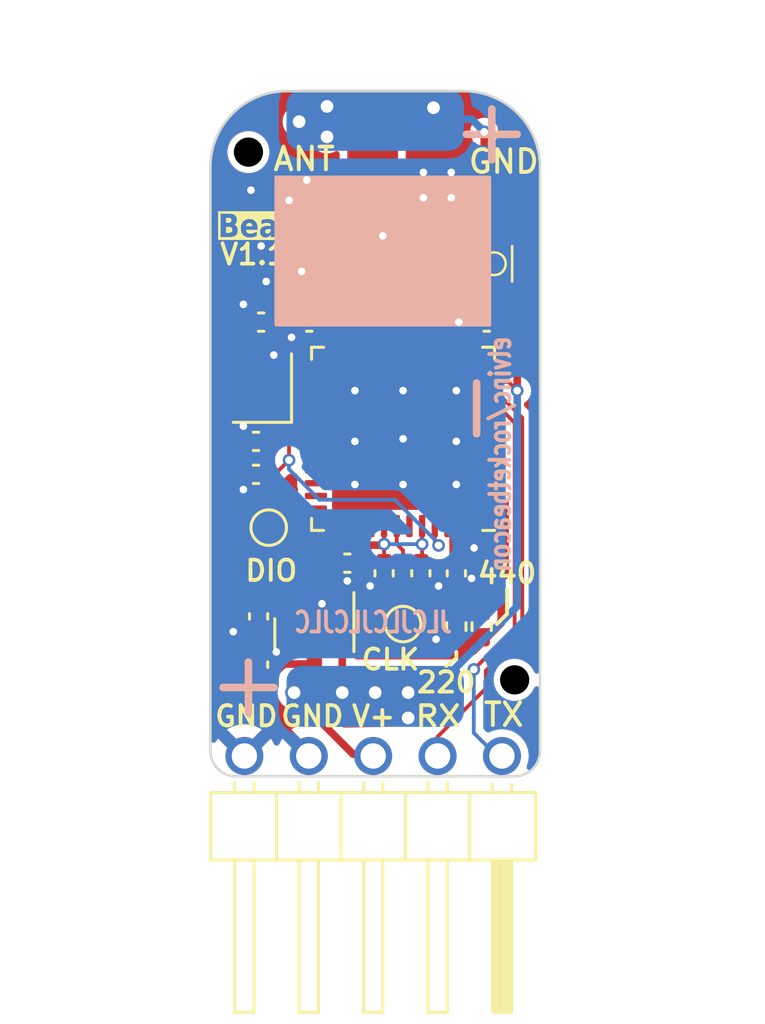
<source format=kicad_pcb>
(kicad_pcb (version 20240108) (generator "pcbnew") (generator_version "8.0")
  (layers (0 "F.Cu" signal) (31 "B.Cu" signal) (34 "B.Paste" user) (35 "F.Paste" user) (36 "B.SilkS" user "B.Silkscreen") (37 "F.SilkS" user "F.Silkscreen") (38 "B.Mask" user) (39 "F.Mask" user) (44 "Edge.Cuts" user))
  (net 0 "")
  (net 23 "GND")
  (net 24 "+3.3V")
  (net 25 "/VR_PA")
  (net 26 "/RFO_HP")
  (net 27 "Net-(C6-Pad2)")
  (net 28 "/VFBSMPS")
  (net 29 "/CONF_440")
  (net 30 "/CONF_220")
  (net 31 "/OSC_IN")
  (net 32 "/OSC_OUT")
  (net 33 "/V_EXT")
  (net 34 "/SWDIO")
  (net 35 "/SWCLK")
  (net 36 "/BOOT")
  (net 37 "/TX")
  (net 38 "/RX")
  (net 39 "/LED")
  (net 40 "Net-(D1-A)")
  (net 43 "Net-(AE1-A)")
  (net 44 "/RFI_N")
  (net 45 "/RFI_P")
  (footprint "Inductor_SMD:L_0402_1005Metric" (layer "F.Cu") (at 106.1 103.7 90)
    (property "Reference" "L3" (hide yes))
    (property "Value" "18n")
    (pad "1" smd roundrect (at -0.485 0 90) (size 0.59 0.64) (layers "F.Cu" "F.Paste" "F.Mask") (net 27 "Net-(C6-Pad2)"))
    (pad "2" smd roundrect (at 0.485 0 90) (size 0.59 0.64) (layers "F.Cu" "F.Paste" "F.Mask") (net 43 "Net-(AE1-A)"))
  )
  (footprint "Capacitor_SMD:C_0402_1005Metric" (layer "F.Cu") (at 104.9 107.1 180)
    (property "Reference" "C5" (hide yes))
    (property "Value" "47n")
    (fp_line (start -0.107836 0.36) (end 0.107836 0.36) (stroke (width 0.12)) (layer "F.SilkS"))
    (fp_line (start -0.107836 -0.36) (end 0.107836 -0.36) (stroke (width 0.12)) (layer "F.SilkS"))
    (pad "1" smd roundrect (at -0.48 0 180) (size 0.56 0.62) (layers "F.Cu" "F.Paste" "F.Mask") (net 25 "/VR_PA"))
    (pad "2" smd roundrect (at 0.48 0 180) (size 0.56 0.62) (layers "F.Cu" "F.Paste" "F.Mask") (net 23 "GND"))
  )
  (footprint "beacon_lib:small_pad" (layer "F.Cu") (at 110 100.9)
    (property "Reference" "J2" (hide yes))
    (property "Value" "Conn_01x01_Pin")
    (pad "1" connect roundrect (at 0 0) (size 2 3.5) (layers "F.Cu" "F.Mask") (net 23 "GND"))
  )
  (footprint "Capacitor_SMD:C_0402_1005Metric" (layer "F.Cu") (at 105.6 105.1 180)
    (property "Reference" "C7" (hide yes))
    (property "Value" "15p")
    (fp_line (start -0.107836 0.36) (end 0.107836 0.36) (stroke (width 0.12)) (layer "F.SilkS"))
    (fp_line (start -0.107836 -0.36) (end 0.107836 -0.36) (stroke (width 0.12)) (layer "F.SilkS"))
    (pad "1" smd roundrect (at -0.48 0 180) (size 0.56 0.62) (layers "F.Cu" "F.Paste" "F.Mask") (net 27 "Net-(C6-Pad2)"))
    (pad "2" smd roundrect (at 0.48 0 180) (size 0.56 0.62) (layers "F.Cu" "F.Paste" "F.Mask") (net 23 "GND"))
  )
  (footprint "Capacitor_SMD:C_0402_1005Metric" (layer "F.Cu") (at 110.7 117 -90)
    (property "Reference" "C11" (hide yes))
    (property "Value" "10u")
    (fp_line (start -0.107836 0.36) (end 0.107836 0.36) (stroke (width 0.12)) (layer "F.SilkS"))
    (fp_line (start -0.107836 -0.36) (end 0.107836 -0.36) (stroke (width 0.12)) (layer "F.SilkS"))
    (pad "1" smd roundrect (at -0.48 0 270) (size 0.56 0.62) (layers "F.Cu" "F.Paste" "F.Mask") (net 24 "+3.3V"))
    (pad "2" smd roundrect (at 0.48 0 270) (size 0.56 0.62) (layers "F.Cu" "F.Paste" "F.Mask") (net 23 "GND"))
  )
  (footprint "Capacitor_SMD:C_0402_1005Metric" (layer "F.Cu") (at 102.9 118.7 -90)
    (property "Reference" "C13" (hide yes))
    (property "Value" "10u")
    (fp_line (start -0.107836 0.36) (end 0.107836 0.36) (stroke (width 0.12)) (layer "F.SilkS"))
    (fp_line (start -0.107836 -0.36) (end 0.107836 -0.36) (stroke (width 0.12)) (layer "F.SilkS"))
    (pad "1" smd roundrect (at -0.48 0 270) (size 0.56 0.62) (layers "F.Cu" "F.Paste" "F.Mask") (net 24 "+3.3V"))
    (pad "2" smd roundrect (at 0.48 0 270) (size 0.56 0.62) (layers "F.Cu" "F.Paste" "F.Mask") (net 23 "GND"))
  )
  (footprint "Capacitor_SMD:C_0402_1005Metric" (layer "F.Cu") (at 109.3 117 -90)
    (property "Reference" "C3" (hide yes))
    (property "Value" "10u")
    (fp_line (start -0.107836 0.36) (end 0.107836 0.36) (stroke (width 0.12)) (layer "F.SilkS"))
    (fp_line (start -0.107836 -0.36) (end 0.107836 -0.36) (stroke (width 0.12)) (layer "F.SilkS"))
    (pad "1" smd roundrect (at -0.48 0 270) (size 0.56 0.62) (layers "F.Cu" "F.Paste" "F.Mask") (net 24 "+3.3V"))
    (pad "2" smd roundrect (at 0.48 0 270) (size 0.56 0.62) (layers "F.Cu" "F.Paste" "F.Mask") (net 23 "GND"))
  )
  (footprint "Capacitor_SMD:C_0402_1005Metric" (layer "F.Cu") (at 103 107.1 180)
    (property "Reference" "C12" (hide yes))
    (property "Value" "10u")
    (fp_line (start -0.107836 0.36) (end 0.107836 0.36) (stroke (width 0.12)) (layer "F.SilkS"))
    (fp_line (start -0.107836 -0.36) (end 0.107836 -0.36) (stroke (width 0.12)) (layer "F.SilkS"))
    (pad "1" smd roundrect (at -0.48 0 180) (size 0.56 0.62) (layers "F.Cu" "F.Paste" "F.Mask") (net 24 "+3.3V"))
    (pad "2" smd roundrect (at 0.48 0 180) (size 0.56 0.62) (layers "F.Cu" "F.Paste" "F.Mask") (net 23 "GND"))
  )
  (footprint "Package_DFN_QFN:QFN-48-1EP_7x7mm_P0.5mm_EP5.6x5.6mm" (layer "F.Cu") (at 108.6 111.7 180)
    (property "Reference" "U1" (hide yes))
    (property "Value" "STM32WLE5CBUx")
    (fp_line (start 3.61 3.61) (end 3.61 3.135) (stroke (width 0.12)) (layer "F.SilkS"))
    (fp_line (start 3.61 -3.61) (end 3.61 -3.135) (stroke (width 0.12)) (layer "F.SilkS"))
    (fp_line (start 3.135 3.61) (end 3.61 3.61) (stroke (width 0.12)) (layer "F.SilkS"))
    (fp_line (start 3.135 -3.61) (end 3.61 -3.61) (stroke (width 0.12)) (layer "F.SilkS"))
    (fp_line (start -3.135 3.61) (end -3.61 3.61) (stroke (width 0.12)) (layer "F.SilkS"))
    (fp_line (start -3.135 -3.61) (end -3.61 -3.61) (stroke (width 0.12)) (layer "F.SilkS"))
    (fp_line (start -3.61 3.61) (end -3.61 3.135) (stroke (width 0.12)) (layer "F.SilkS"))
    (pad "1" smd roundrect (at -3.4375 -2.75 180) (size 0.875 0.25) (layers "F.Cu" "F.Paste" "F.Mask") (net 30 "/CONF_220"))
    (pad "2" smd roundrect (at -3.4375 -2.25 180) (size 0.875 0.25) (layers "F.Cu" "F.Paste" "F.Mask") (net 29 "/CONF_440"))
    (pad "3" smd roundrect (at -3.4375 -1.75 180) (size 0.875 0.25) (layers "F.Cu" "F.Paste" "F.Mask"))
    (pad "4" smd roundrect (at -3.4375 -1.25 180) (size 0.875 0.25) (layers "F.Cu" "F.Paste" "F.Mask"))
    (pad "5" smd roundrect (at -3.4375 -0.75 180) (size 0.875 0.25) (layers "F.Cu" "F.Paste" "F.Mask"))
    (pad "6" smd roundrect (at -3.4375 -0.25 180) (size 0.875 0.25) (layers "F.Cu" "F.Paste" "F.Mask"))
    (pad "7" smd roundrect (at -3.4375 0.25 180) (size 0.875 0.25) (layers "F.Cu" "F.Paste" "F.Mask"))
    (pad "8" smd roundrect (at -3.4375 0.75 180) (size 0.875 0.25) (layers "F.Cu" "F.Paste" "F.Mask"))
    (pad "9" smd roundrect (at -3.4375 1.25 180) (size 0.875 0.25) (layers "F.Cu" "F.Paste" "F.Mask") (net 37 "/TX"))
    (pad "10" smd roundrect (at -3.4375 1.75 180) (size 0.875 0.25) (layers "F.Cu" "F.Paste" "F.Mask") (net 38 "/RX"))
    (pad "11" smd roundrect (at -3.4375 2.25 180) (size 0.875 0.25) (layers "F.Cu" "F.Paste" "F.Mask") (net 24 "+3.3V"))
    (pad "12" smd roundrect (at -3.4375 2.75 180) (size 0.875 0.25) (layers "F.Cu" "F.Paste" "F.Mask"))
    (pad "13" smd roundrect (at -2.75 3.4375 180) (size 0.25 0.875) (layers "F.Cu" "F.Paste" "F.Mask"))
    (pad "14" smd roundrect (at -2.25 3.4375 180) (size 0.25 0.875) (layers "F.Cu" "F.Paste" "F.Mask"))
    (pad "15" smd roundrect (at -1.75 3.4375 180) (size 0.25 0.875) (layers "F.Cu" "F.Paste" "F.Mask"))
    (pad "16" smd roundrect (at -1.25 3.4375 180) (size 0.25 0.875) (layers "F.Cu" "F.Paste" "F.Mask"))
    (pad "17" smd roundrect (at -0.75 3.4375 180) (size 0.25 0.875) (layers "F.Cu" "F.Paste" "F.Mask") (net 39 "/LED"))
    (pad "18" smd roundrect (at -0.25 3.4375 180) (size 0.25 0.875) (layers "F.Cu" "F.Paste" "F.Mask"))
    (pad "19" smd roundrect (at 0.25 3.4375 180) (size 0.25 0.875) (layers "F.Cu" "F.Paste" "F.Mask") (net 36 "/BOOT"))
    (pad "20" smd roundrect (at 0.75 3.4375 180) (size 0.25 0.875) (layers "F.Cu" "F.Paste" "F.Mask") (net 45 "/RFI_P"))
    (pad "21" smd roundrect (at 1.25 3.4375 180) (size 0.25 0.875) (layers "F.Cu" "F.Paste" "F.Mask") (net 44 "/RFI_N"))
    (pad "22" smd roundrect (at 1.75 3.4375 180) (size 0.25 0.875) (layers "F.Cu" "F.Paste" "F.Mask"))
    (pad "23" smd roundrect (at 2.25 3.4375 180) (size 0.25 0.875) (layers "F.Cu" "F.Paste" "F.Mask") (net 26 "/RFO_HP"))
    (pad "24" smd roundrect (at 2.75 3.4375 180) (size 0.25 0.875) (layers "F.Cu" "F.Paste" "F.Mask") (net 25 "/VR_PA"))
    (pad "25" smd roundrect (at 3.4375 2.75 180) (size 0.875 0.25) (layers "F.Cu" "F.Paste" "F.Mask") (net 24 "+3.3V"))
    (pad "26" smd roundrect (at 3.4375 2.25 180) (size 0.875 0.25) (layers "F.Cu" "F.Paste" "F.Mask") (net 31 "/OSC_IN"))
    (pad "27" smd roundrect (at 3.4375 1.75 180) (size 0.875 0.25) (layers "F.Cu" "F.Paste" "F.Mask") (net 32 "/OSC_OUT"))
    (pad "28" smd roundrect (at 3.4375 1.25 180) (size 0.875 0.25) (layers "F.Cu" "F.Paste" "F.Mask") (net 24 "+3.3V"))
    (pad "29" smd roundrect (at 3.4375 0.75 180) (size 0.875 0.25) (layers "F.Cu" "F.Paste" "F.Mask") (net 28 "/VFBSMPS"))
    (pad "30" smd roundrect (at 3.4375 0.25 180) (size 0.875 0.25) (layers "F.Cu" "F.Paste" "F.Mask"))
    (pad "31" smd roundrect (at 3.4375 -0.25 180) (size 0.875 0.25) (layers "F.Cu" "F.Paste" "F.Mask"))
    (pad "32" smd roundrect (at 3.4375 -0.75 180) (size 0.875 0.25) (layers "F.Cu" "F.Paste" "F.Mask"))
    (pad "33" smd roundrect (at 3.4375 -1.25 180) (size 0.875 0.25) (layers "F.Cu" "F.Paste" "F.Mask"))
    (pad "34" smd roundrect (at 3.4375 -1.75 180) (size 0.875 0.25) (layers "F.Cu" "F.Paste" "F.Mask"))
    (pad "35" smd roundrect (at 3.4375 -2.25 180) (size 0.875 0.25) (layers "F.Cu" "F.Paste" "F.Mask"))
    (pad "36" smd roundrect (at 3.4375 -2.75 180) (size 0.875 0.25) (layers "F.Cu" "F.Paste" "F.Mask") (net 34 "/SWDIO"))
    (pad "37" smd roundrect (at 2.75 -3.4375 180) (size 0.25 0.875) (layers "F.Cu" "F.Paste" "F.Mask") (net 24 "+3.3V"))
    (pad "38" smd roundrect (at 2.25 -3.4375 180) (size 0.25 0.875) (layers "F.Cu" "F.Paste" "F.Mask"))
    (pad "39" smd roundrect (at 1.75 -3.4375 180) (size 0.25 0.875) (layers "F.Cu" "F.Paste" "F.Mask"))
    (pad "40" smd roundrect (at 1.25 -3.4375 180) (size 0.25 0.875) (layers "F.Cu" "F.Paste" "F.Mask"))
    (pad "41" smd roundrect (at 0.75 -3.4375 180) (size 0.25 0.875) (layers "F.Cu" "F.Paste" "F.Mask") (net 24 "+3.3V"))
    (pad "42" smd roundrect (at 0.25 -3.4375 180) (size 0.25 0.875) (layers "F.Cu" "F.Paste" "F.Mask") (net 35 "/SWCLK"))
    (pad "43" smd roundrect (at -0.25 -3.4375 180) (size 0.25 0.875) (layers "F.Cu" "F.Paste" "F.Mask"))
    (pad "44" smd roundrect (at -0.75 -3.4375 180) (size 0.25 0.875) (layers "F.Cu" "F.Paste" "F.Mask") (net 24 "+3.3V"))
    (pad "45" smd roundrect (at -1.25 -3.4375 180) (size 0.25 0.875) (layers "F.Cu" "F.Paste" "F.Mask") (net 28 "/VFBSMPS"))
    (pad "46" smd roundrect (at -1.75 -3.4375 180) (size 0.25 0.875) (layers "F.Cu" "F.Paste" "F.Mask") (net 24 "+3.3V"))
    (pad "47" smd roundrect (at -2.25 -3.4375 180) (size 0.25 0.875) (layers "F.Cu" "F.Paste" "F.Mask"))
    (pad "48" smd roundrect (at -2.75 -3.4375 180) (size 0.25 0.875) (layers "F.Cu" "F.Paste" "F.Mask") (net 23 "GND"))
    (pad "49" smd rect (at 0 0 180) (size 5.6 5.6) (layers "F.Cu" "F.Mask") (net 23 "GND"))
  )
  (footprint "Resistor_SMD:R_0402_1005Metric" (layer "F.Cu") (at 110.4 105.59 90)
    (property "Reference" "R3" (hide yes))
    (property "Value" "4k7")
    (fp_line (start -0.153641 -0.38) (end 0.153641 -0.38) (stroke (width 0.12)) (layer "F.SilkS"))
    (fp_line (start -0.153641 0.38) (end 0.153641 0.38) (stroke (width 0.12)) (layer "F.SilkS"))
    (pad "1" smd roundrect (at -0.51 0 90) (size 0.54 0.64) (layers "F.Cu" "F.Paste" "F.Mask") (net 39 "/LED"))
    (pad "2" smd roundrect (at 0.51 0 90) (size 0.54 0.64) (layers "F.Cu" "F.Paste" "F.Mask") (net 40 "Net-(D1-A)"))
  )
  (footprint "beacon_lib:toolinghole" (layer "F.Cu") (at 113 121.2)
    (property "Reference" "H2" (hide yes))
    (property "Value" "tooling")
    (pad "" np_thru_hole circle (at 0 0) (size 1.3 1.3) (drill 1.152) (layers "*.Mask"))
  )
  (footprint "Capacitor_SMD:C_0402_1005Metric" (layer "F.Cu") (at 102.9 120.6 90)
    (property "Reference" "C14" (hide yes))
    (property "Value" "10u")
    (fp_line (start -0.107836 -0.36) (end 0.107836 -0.36) (stroke (width 0.12)) (layer "F.SilkS"))
    (fp_line (start -0.107836 0.36) (end 0.107836 0.36) (stroke (width 0.12)) (layer "F.SilkS"))
    (pad "1" smd roundrect (at -0.48 0 90) (size 0.56 0.62) (layers "F.Cu" "F.Paste" "F.Mask") (net 33 "/V_EXT"))
    (pad "2" smd roundrect (at 0.48 0 90) (size 0.56 0.62) (layers "F.Cu" "F.Paste" "F.Mask") (net 23 "GND"))
  )
  (footprint "Package_TO_SOT_SMD:SOT-23" (layer "F.Cu") (at 105.1 119.4375 -90)
    (property "Reference" "U2" (hide yes))
    (property "Value" "XC6206P332MR")
    (fp_line (start 0 1.56) (end -0.65 1.56) (stroke (width 0.12)) (layer "F.SilkS"))
    (fp_line (start 0 1.56) (end 0.65 1.56) (stroke (width 0.12)) (layer "F.SilkS"))
    (fp_line (start 0 -1.56) (end -1.675 -1.56) (stroke (width 0.12)) (layer "F.SilkS"))
    (fp_line (start 0 -1.56) (end 0.65 -1.56) (stroke (width 0.12)) (layer "F.SilkS"))
    (pad "1" smd roundrect (at -0.9375 -0.95 270) (size 1.475 0.6) (layers "F.Cu" "F.Paste" "F.Mask") (net 23 "GND"))
    (pad "2" smd roundrect (at -0.9375 0.95 270) (size 1.475 0.6) (layers "F.Cu" "F.Paste" "F.Mask") (net 24 "+3.3V"))
    (pad "3" smd roundrect (at 0.9375 0 270) (size 1.475 0.6) (layers "F.Cu" "F.Paste" "F.Mask") (net 33 "/V_EXT"))
  )
  (footprint "TestPoint:TestPoint_Pad_D1.0mm" (layer "F.Cu") (at 108.6 119)
    (property "Reference" "TP2" (hide yes))
    (property "Value" "~")
    (fp_circle (center 0 0) (end 0 0.7) (stroke (width 0.12)) (fill none) (layer "F.SilkS"))
    (pad "1" smd circle (at 0 0) (size 1 1) (layers "F.Cu" "F.Mask") (net 35 "/SWCLK"))
  )
  (footprint "Capacitor_SMD:C_0402_1005Metric" (layer "F.Cu") (at 108 105.6 90)
    (property "Reference" "C6" (hide yes))
    (property "Value" "2.7p")
    (fp_line (start -0.107836 -0.36) (end 0.107836 -0.36) (stroke (width 0.12)) (layer "F.SilkS"))
    (fp_line (start -0.107836 0.36) (end 0.107836 0.36) (stroke (width 0.12)) (layer "F.SilkS"))
    (pad "1" smd roundrect (at -0.48 0 90) (size 0.56 0.62) (layers "F.Cu" "F.Paste" "F.Mask") (net 26 "/RFO_HP"))
    (pad "2" smd roundrect (at 0.48 0 90) (size 0.56 0.62) (layers "F.Cu" "F.Paste" "F.Mask") (net 27 "Net-(C6-Pad2)"))
  )
  (footprint "Capacitor_SMD:C_0402_1005Metric" (layer "F.Cu") (at 106.4 116.6)
    (property "Reference" "C15" (hide yes))
    (property "Value" "10u")
    (fp_line (start -0.107836 -0.36) (end 0.107836 -0.36) (stroke (width 0.12)) (layer "F.SilkS"))
    (fp_line (start -0.107836 0.36) (end 0.107836 0.36) (stroke (width 0.12)) (layer "F.SilkS"))
    (pad "1" smd roundrect (at -0.48 0) (size 0.56 0.62) (layers "F.Cu" "F.Paste" "F.Mask") (net 24 "+3.3V"))
    (pad "2" smd roundrect (at 0.48 0) (size 0.56 0.62) (layers "F.Cu" "F.Paste" "F.Mask") (net 23 "GND"))
  )
  (footprint "Resistor_SMD:R_0402_1005Metric" (layer "F.Cu") (at 109.3 105.6 -90)
    (property "Reference" "R4" (hide yes))
    (property "Value" "33k")
    (fp_line (start -0.153641 0.38) (end 0.153641 0.38) (stroke (width 0.12)) (layer "F.SilkS"))
    (fp_line (start -0.153641 -0.38) (end 0.153641 -0.38) (stroke (width 0.12)) (layer "F.SilkS"))
    (pad "1" smd roundrect (at -0.51 0 270) (size 0.54 0.64) (layers "F.Cu" "F.Paste" "F.Mask") (net 23 "GND"))
    (pad "2" smd roundrect (at 0.51 0 270) (size 0.54 0.64) (layers "F.Cu" "F.Paste" "F.Mask") (net 36 "/BOOT"))
  )
  (footprint "Capacitor_SMD:C_0402_1005Metric" (layer "F.Cu") (at 111.9 107.1 180)
    (property "Reference" "C1" (hide yes))
    (property "Value" "10u")
    (fp_line (start -0.107836 0.36) (end 0.107836 0.36) (stroke (width 0.12)) (layer "F.SilkS"))
    (fp_line (start -0.107836 -0.36) (end 0.107836 -0.36) (stroke (width 0.12)) (layer "F.SilkS"))
    (pad "1" smd roundrect (at -0.48 0 180) (size 0.56 0.62) (layers "F.Cu" "F.Paste" "F.Mask") (net 24 "+3.3V"))
    (pad "2" smd roundrect (at 0.48 0 180) (size 0.56 0.62) (layers "F.Cu" "F.Paste" "F.Mask") (net 23 "GND"))
  )
  (footprint "Capacitor_SMD:C_0402_1005Metric" (layer "F.Cu") (at 102.8 111.8 180)
    (property "Reference" "C10" (hide yes))
    (property "Value" "10u")
    (fp_line (start -0.107836 0.36) (end 0.107836 0.36) (stroke (width 0.12)) (layer "F.SilkS"))
    (fp_line (start -0.107836 -0.36) (end 0.107836 -0.36) (stroke (width 0.12)) (layer "F.SilkS"))
    (pad "1" smd roundrect (at -0.48 0 180) (size 0.56 0.62) (layers "F.Cu" "F.Paste" "F.Mask") (net 24 "+3.3V"))
    (pad "2" smd roundrect (at 0.48 0 180) (size 0.56 0.62) (layers "F.Cu" "F.Paste" "F.Mask") (net 23 "GND"))
  )
  (footprint "Capacitor_SMD:C_0402_1005Metric" (layer "F.Cu") (at 103.7 106.1 180)
    (property "Reference" "C4" (hide yes))
    (property "Value" "68p")
    (fp_line (start -0.107836 0.36) (end 0.107836 0.36) (stroke (width 0.12)) (layer "F.SilkS"))
    (fp_line (start -0.107836 -0.36) (end 0.107836 -0.36) (stroke (width 0.12)) (layer "F.SilkS"))
    (pad "1" smd roundrect (at -0.48 0 180) (size 0.56 0.62) (layers "F.Cu" "F.Paste" "F.Mask") (net 25 "/VR_PA"))
    (pad "2" smd roundrect (at 0.48 0 180) (size 0.56 0.62) (layers "F.Cu" "F.Paste" "F.Mask") (net 23 "GND"))
  )
  (footprint "Capacitor_SMD:C_0402_1005Metric" (layer "F.Cu") (at 107.85 117 -90)
    (property "Reference" "C2" (hide yes))
    (property "Value" "10u")
    (fp_line (start -0.107836 0.36) (end 0.107836 0.36) (stroke (width 0.12)) (layer "F.SilkS"))
    (fp_line (start -0.107836 -0.36) (end 0.107836 -0.36) (stroke (width 0.12)) (layer "F.SilkS"))
    (pad "1" smd roundrect (at -0.48 0 270) (size 0.56 0.62) (layers "F.Cu" "F.Paste" "F.Mask") (net 24 "+3.3V"))
    (pad "2" smd roundrect (at 0.48 0 270) (size 0.56 0.62) (layers "F.Cu" "F.Paste" "F.Mask") (net 23 "GND"))
  )
  (footprint "Resistor_SMD:R_0402_1005Metric" (layer "F.Cu") (at 110.7 119.1 -90)
    (property "Reference" "R1" (hide yes))
    (property "Value" "DNP")
    (fp_line (start -0.153641 0.38) (end 0.153641 0.38) (stroke (width 0.12)) (layer "F.SilkS"))
    (fp_line (start -0.153641 -0.38) (end 0.153641 -0.38) (stroke (width 0.12)) (layer "F.SilkS"))
    (pad "1" smd roundrect (at -0.51 0 270) (size 0.54 0.64) (layers "F.Cu" "F.Paste" "F.Mask") (net 30 "/CONF_220"))
    (pad "2" smd roundrect (at 0.51 0 270) (size 0.54 0.64) (layers "F.Cu" "F.Paste" "F.Mask") (net 23 "GND"))
  )
  (footprint "Crystal:Crystal_SMD_2016-4Pin_2.0x1.6mm" (layer "F.Cu") (at 103.05 109.7 90)
    (property "Reference" "Y1" (hide yes))
    (property "Value" "32MHz")
    (fp_line (start -1.35 -1.15) (end -1.35 1.15) (stroke (width 0.12)) (layer "F.SilkS"))
    (fp_line (start -1.35 1.15) (end 1.35 1.15) (stroke (width 0.12)) (layer "F.SilkS"))
    (pad "1" smd rect (at -0.7 0.55 90) (size 0.9 0.8) (layers "F.Cu" "F.Paste" "F.Mask") (net 32 "/OSC_OUT"))
    (pad "2" smd rect (at 0.7 0.55 90) (size 0.9 0.8) (layers "F.Cu" "F.Paste" "F.Mask") (net 23 "GND"))
    (pad "3" smd rect (at 0.7 -0.55 90) (size 0.9 0.8) (layers "F.Cu" "F.Paste" "F.Mask") (net 31 "/OSC_IN"))
    (pad "4" smd rect (at -0.7 -0.55 90) (size 0.9 0.8) (layers "F.Cu" "F.Paste" "F.Mask") (net 23 "GND"))
  )
  (footprint "Capacitor_SMD:C_0402_1005Metric" (layer "F.Cu") (at 102.8 113.1 180)
    (property "Reference" "C9" (hide yes))
    (property "Value" "470n")
    (fp_line (start -0.107836 0.36) (end 0.107836 0.36) (stroke (width 0.12)) (layer "F.SilkS"))
    (fp_line (start -0.107836 -0.36) (end 0.107836 -0.36) (stroke (width 0.12)) (layer "F.SilkS"))
    (pad "1" smd roundrect (at -0.48 0 180) (size 0.56 0.62) (layers "F.Cu" "F.Paste" "F.Mask") (net 28 "/VFBSMPS"))
    (pad "2" smd roundrect (at 0.48 0 180) (size 0.56 0.62) (layers "F.Cu" "F.Paste" "F.Mask") (net 23 "GND"))
  )
  (footprint "beacon_lib:PinHeader_1x05_P2.54mm_Horizontal" (layer "F.Cu") (at 112.5 124.2 -90)
    (property "Reference" "J1" (hide yes))
    (property "Value" "DNP")
    (fp_line (start 1.44 11.49) (end 4.1 11.49) (stroke (width 0.12)) (layer "F.SilkS"))
    (fp_line (start 4.1 11.49) (end 4.1 -1.33) (stroke (width 0.12)) (layer "F.SilkS"))
    (fp_line (start 1.042929 10.54) (end 1.44 10.54) (stroke (width 0.12)) (layer "F.SilkS"))
    (fp_line (start 10.1 10.54) (end 4.1 10.54) (stroke (width 0.12)) (layer "F.SilkS"))
    (fp_line (start 1.042929 9.78) (end 1.44 9.78) (stroke (width 0.12)) (layer "F.SilkS"))
    (fp_line (start 4.1 9.78) (end 10.1 9.78) (stroke (width 0.12)) (layer "F.SilkS"))
    (fp_line (start 10.1 9.78) (end 10.1 10.54) (stroke (width 0.12)) (layer "F.SilkS"))
    (fp_line (start 1.44 8.89) (end 4.1 8.89) (stroke (width 0.12)) (layer "F.SilkS"))
    (fp_line (start 1.042929 8) (end 1.44 8) (stroke (width 0.12)) (layer "F.SilkS"))
    (fp_line (start 10.1 8) (end 4.1 8) (stroke (width 0.12)) (layer "F.SilkS"))
    (fp_line (start 1.042929 7.24) (end 1.44 7.24) (stroke (width 0.12)) (layer "F.SilkS"))
    (fp_line (start 4.1 7.24) (end 10.1 7.24) (stroke (width 0.12)) (layer "F.SilkS"))
    (fp_line (start 10.1 7.24) (end 10.1 8) (stroke (width 0.12)) (layer "F.SilkS"))
    (fp_line (start 1.44 6.35) (end 4.1 6.35) (stroke (width 0.12)) (layer "F.SilkS"))
    (fp_line (start 1.042929 5.46) (end 1.44 5.46) (stroke (width 0.12)) (layer "F.SilkS"))
    (fp_line (start 10.1 5.46) (end 4.1 5.46) (stroke (width 0.12)) (layer "F.SilkS"))
    (fp_line (start 1.042929 4.7) (end 1.44 4.7) (stroke (width 0.12)) (layer "F.SilkS"))
    (fp_line (start 4.1 4.7) (end 10.1 4.7) (stroke (width 0.12)) (layer "F.SilkS"))
    (fp_line (start 10.1 4.7) (end 10.1 5.46) (stroke (width 0.12)) (layer "F.SilkS"))
    (fp_line (start 1.44 3.81) (end 4.1 3.81) (stroke (width 0.12)) (layer "F.SilkS"))
    (fp_line (start 1.042929 2.92) (end 1.44 2.92) (stroke (width 0.12)) (layer "F.SilkS"))
    (fp_line (start 10.1 2.92) (end 4.1 2.92) (stroke (width 0.12)) (layer "F.SilkS"))
    (fp_line (start 1.042929 2.16) (end 1.44 2.16) (stroke (width 0.12)) (layer "F.SilkS"))
    (fp_line (start 4.1 2.16) (end 10.1 2.16) (stroke (width 0.12)) (layer "F.SilkS"))
    (fp_line (start 10.1 2.16) (end 10.1 2.92) (stroke (width 0.12)) (layer "F.SilkS"))
    (fp_line (start 1.44 1.27) (end 4.1 1.27) (stroke (width 0.12)) (layer "F.SilkS"))
    (fp_line (start 1.11 0.38) (end 1.44 0.38) (stroke (width 0.12)) (layer "F.SilkS"))
    (fp_line (start 10.1 0.38) (end 4.1 0.38) (stroke (width 0.12)) (layer "F.SilkS"))
    (fp_line (start 4.1 0.28) (end 10.1 0.28) (stroke (width 0.12)) (layer "F.SilkS"))
    (fp_line (start 4.1 0.16) (end 10.1 0.16) (stroke (width 0.12)) (layer "F.SilkS"))
    (fp_line (start 4.1 0.04) (end 10.1 0.04) (stroke (width 0.12)) (layer "F.SilkS"))
    (fp_line (start 4.1 -0.08) (end 10.1 -0.08) (stroke (width 0.12)) (layer "F.SilkS"))
    (fp_line (start 4.1 -0.2) (end 10.1 -0.2) (stroke (width 0.12)) (layer "F.SilkS"))
    (fp_line (start 4.1 -0.32) (end 10.1 -0.32) (stroke (width 0.12)) (layer "F.SilkS"))
    (fp_line (start 1.11 -0.38) (end 1.44 -0.38) (stroke (width 0.12)) (layer "F.SilkS"))
    (fp_line (start 4.1 -0.38) (end 10.1 -0.38) (stroke (width 0.12)) (layer "F.SilkS"))
    (fp_line (start 10.1 -0.38) (end 10.1 0.38) (stroke (width 0.12)) (layer "F.SilkS"))
    (fp_line (start 1.44 -1.33) (end 1.44 11.49) (stroke (width 0.12)) (layer "F.SilkS"))
    (fp_line (start 4.1 -1.33) (end 1.44 -1.33) (stroke (width 0.12)) (layer "F.SilkS"))
    (pad "1" thru_hole circle (at 0 0 270) (size 1.5 1.5) (drill 1) (layers "*.Cu" "*.Mask") (net 37 "/TX"))
    (pad "2" thru_hole circle (at 0 2.54 270) (size 1.5 1.5) (drill 1) (layers "*.Cu" "*.Mask") (net 38 "/RX"))
    (pad "3" thru_hole circle (at 0 5.08 270) (size 1.5 1.5) (drill 1) (layers "*.Cu" "*.Mask") (net 33 "/V_EXT"))
    (pad "4" thru_hole circle (at 0 7.62 270) (size 1.5 1.5) (drill 1) (layers "*.Cu" "*.Mask") (net 23 "GND"))
    (pad "5" thru_hole circle (at 0 10.16 270) (size 1.5 1.5) (drill 1) (layers "*.Cu" "*.Mask") (net 23 "GND"))
  )
  (footprint "TestPoint:TestPoint_Pad_D1.0mm" (layer "F.Cu") (at 103.3 115.2)
    (property "Reference" "TP1" (hide yes))
    (property "Value" "~")
    (fp_circle (center 0 0) (end 0 0.7) (stroke (width 0.12)) (fill none) (layer "F.SilkS"))
    (fp_text user "CLK" (at 4.8 5.2 0) (layer "F.SilkS") (effects (font (size 0.8 0.8))))
    (fp_text user "DIO" (at 0.1 1.7 0) (layer "F.SilkS") (effects (font (size 0.8 0.8))))
    (fp_text user "220" (at 7 6.1 0) (layer "F.SilkS") (effects (font (size 0.8 0.8))))
    (fp_text user "440" (at 9.4 1.8 0) (layer "F.SilkS") (effects (font (size 0.8 0.8))))
    (pad "1" smd circle (at 0 0) (size 1 1) (layers "F.Cu" "F.Mask") (net 34 "/SWDIO"))
  )
  (footprint "Resistor_SMD:R_0402_1005Metric" (layer "F.Cu") (at 111.7 119.1 -90)
    (property "Reference" "R2" (hide yes))
    (property "Value" "0R")
    (fp_line (start -0.153641 0.38) (end 0.153641 0.38) (stroke (width 0.12)) (layer "F.SilkS"))
    (fp_line (start -0.153641 -0.38) (end 0.153641 -0.38) (stroke (width 0.12)) (layer "F.SilkS"))
    (pad "1" smd roundrect (at -0.51 0 270) (size 0.54 0.64) (layers "F.Cu" "F.Paste" "F.Mask") (net 29 "/CONF_440"))
    (pad "2" smd roundrect (at 0.51 0 270) (size 0.54 0.64) (layers "F.Cu" "F.Paste" "F.Mask") (net 23 "GND"))
  )
  (footprint "beacon_lib:toolinghole" (layer "F.Cu") (at 102.5 100.4)
    (property "Reference" "H1" (hide yes))
    (property "Value" "tooling")
    (pad "" np_thru_hole circle (at 0 0) (size 1.3 1.3) (drill 1.152) (layers "*.Mask"))
  )
  (footprint "beacon_lib:SW_1TS026A" (layer "F.Cu") (at 112.2 104.8 -90)
    (property "Reference" "SW1" (hide yes))
    (property "Value" "BOOT" (hide yes))
    (fp_line (start -0.7 0.7) (end 0.7 0.7) (stroke (width 0.1)) (layer "F.SilkS"))
    (fp_line (start -0.7 -0.7) (end 0.7 -0.7) (stroke (width 0.1)) (layer "F.SilkS"))
    (fp_circle (center 0 0) (end 0.4 0.2) (stroke (width 0.1)) (fill none) (layer "F.SilkS"))
    (pad "1" smd roundrect (at -1.325 -0.4 270) (size 0.55 0.5) (layers "F.Cu" "F.Paste" "F.Mask") (net 24 "+3.3V"))
    (pad "2" smd roundrect (at -1.325 0.4 270) (size 0.55 0.5) (layers "F.Cu" "F.Paste" "F.Mask") (net 24 "+3.3V"))
    (pad "3" smd roundrect (at 1.325 -0.4 270) (size 0.55 0.5) (layers "F.Cu" "F.Paste" "F.Mask") (net 36 "/BOOT"))
    (pad "4" smd roundrect (at 1.325 0.4 270) (size 0.55 0.5) (layers "F.Cu" "F.Paste" "F.Mask") (net 36 "/BOOT"))
  )
  (footprint "Inductor_SMD:L_0402_1005Metric" (layer "F.Cu") (at 105.6 106.1)
    (property "Reference" "L1" (hide yes))
    (property "Value" "68n")
    (pad "1" smd roundrect (at -0.485 0) (size 0.59 0.64) (layers "F.Cu" "F.Paste" "F.Mask") (net 25 "/VR_PA"))
    (pad "2" smd roundrect (at 0.485 0) (size 0.59 0.64) (layers "F.Cu" "F.Paste" "F.Mask") (net 26 "/RFO_HP"))
  )
  (footprint "Capacitor_SMD:C_0402_1005Metric" (layer "F.Cu") (at 105.3 102.3 180)
    (property "Reference" "C8" (hide yes))
    (property "Value" "6.8p")
    (fp_line (start -0.107836 0.36) (end 0.107836 0.36) (stroke (width 0.12)) (layer "F.SilkS"))
    (fp_line (start -0.107836 -0.36) (end 0.107836 -0.36) (stroke (width 0.12)) (layer "F.SilkS"))
    (pad "1" smd roundrect (at -0.48 0 180) (size 0.56 0.62) (layers "F.Cu" "F.Paste" "F.Mask") (net 43 "Net-(AE1-A)"))
    (pad "2" smd roundrect (at 0.48 0 180) (size 0.56 0.62) (layers "F.Cu" "F.Paste" "F.Mask") (net 23 "GND"))
  )
  (footprint "Inductor_SMD:L_0402_1005Metric" (layer "F.Cu") (at 107 105.6 90)
    (property "Reference" "L2" (hide yes))
    (property "Value" "10n")
    (pad "1" smd roundrect (at -0.485 0 90) (size 0.59 0.64) (layers "F.Cu" "F.Paste" "F.Mask") (net 26 "/RFO_HP"))
    (pad "2" smd roundrect (at 0.485 0 90) (size 0.59 0.64) (layers "F.Cu" "F.Paste" "F.Mask") (net 27 "Net-(C6-Pad2)"))
  )
  (footprint "LED_SMD:LED_0603_1608Metric" (layer "F.Cu") (at 109.6 103.7)
    (property "Reference" "D1" (hide yes))
    (property "Value" "RED")
    (fp_line (start -1.485 -0.735) (end -1.485 0.735) (stroke (width 0.12)) (layer "F.SilkS"))
    (fp_line (start -1.485 0.735) (end 0.8 0.735) (stroke (width 0.12)) (layer "F.SilkS"))
    (fp_line (start 0.8 -0.735) (end -1.485 -0.735) (stroke (width 0.12)) (layer "F.SilkS"))
    (pad "1" smd roundrect (at -0.7875 0) (size 0.875 0.95) (layers "F.Cu" "F.Paste" "F.Mask") (net 23 "GND"))
    (pad "2" smd roundrect (at 0.7875 0) (size 0.875 0.95) (layers "F.Cu" "F.Paste" "F.Mask") (net 40 "Net-(D1-A)"))
  )
  (footprint "beacon_lib:whip_antenna" (layer "F.Cu") (at 107.4 100.9)
    (property "Reference" "AE1" (hide yes))
    (property "Value" "Antenna")
    (pad "1" connect roundrect (at 0 0) (size 2 3.5) (layers "F.Cu" "F.Mask") (net 43 "Net-(AE1-A)"))
  )
  (footprint "beacon_lib:MY-2032-12" (layer "B.Cu") (at 107.5 110.5 -90)
    (property "Reference" "BT1" (hide yes))
    (property "Value" "Battery_Cell")
    (fp_line (start 10 5) (end 12 5) (stroke (width 0.3)) (layer "B.SilkS"))
    (fp_line (start 11 4) (end 11 6) (stroke (width 0.3)) (layer "B.SilkS"))
    (fp_line (start -10.8 -3.6) (end -10.8 -5.6) (stroke (width 0.3)) (layer "B.SilkS"))
    (fp_line (start -1 -4) (end 1 -4) (stroke (width 0.3)) (layer "B.SilkS"))
    (fp_line (start -11.8 -4.6) (end -9.8 -4.6) (stroke (width 0.3)) (layer "B.SilkS"))
    (pad "1" connect roundrect (at -11.35 0 270) (size 2.4 7) (layers "B.Cu" "B.Mask") (net 24 "+3.3V"))
    (pad "1" connect roundrect (at 11.35 0 270) (size 2.4 7) (layers "B.Cu" "B.Mask") (net 24 "+3.3V"))
    (pad "2" connect roundrect (at 0 0 270) (size 6 6) (layers "B.Cu" "B.Mask") (net 23 "GND"))
  )
  (gr_rect (start 103.6 101.4) (end 112 107.2) (stroke (width 0.15)) (fill solid) (layer "B.SilkS"))
  (gr_line (start 110.7 120.35) (end 110.3 120.65) (stroke (width 0.15)) (layer "F.SilkS"))
  (gr_line (start 112.7 118.6) (end 112.7 117.6) (stroke (width 0.15)) (layer "F.SilkS"))
  (gr_line (start 112.3 119) (end 112.7 118.6) (stroke (width 0.15)) (layer "F.SilkS"))
  (gr_line (start 110.7 120.1) (end 110.7 120.35) (stroke (width 0.15)) (layer "F.SilkS"))
  (gr_line (start 114 101) (end 114 124) (stroke (width 0.1)) (layer "Edge.Cuts"))
  (gr_arc (start 111 98) (mid 113.12132 98.87868) (end 114 101) (stroke (width 0.1)) (layer "Edge.Cuts"))
  (gr_arc (start 114 124) (mid 113.707107 124.707107) (end 113 125) (stroke (width 0.1)) (layer "Edge.Cuts"))
  (gr_line (start 104 98) (end 111 98) (stroke (width 0.1)) (layer "Edge.Cuts"))
  (gr_arc (start 102 125) (mid 101.292893 124.707107) (end 101 124) (stroke (width 0.1)) (layer "Edge.Cuts"))
  (gr_line (start 101 124) (end 101 101) (stroke (width 0.1)) (layer "Edge.Cuts"))
  (gr_arc (start 101 101) (mid 101.87868 98.87868) (end 104 98) (stroke (width 0.1)) (layer "Edge.Cuts"))
  (gr_line (start 113 125) (end 102 125) (stroke (width 0.1)) (layer "Edge.Cuts"))
  (gr_text "elvinc/rocketbeacon" (at 112.9 107.6 90) (layer "B.SilkS") (effects (font (size 0.8 0.6)) (justify left bottom mirror)))
  (gr_text "JLCJLCJLCJLC" (at 110.6 119.4 0) (layer "B.SilkS") (effects (font (size 0.8 0.6)) (justify left bottom mirror)))
  (gr_text "GND" (at 101.1 123.1 0) (layer "F.SilkS") (effects (font (size 0.8 0.8)) (justify left bottom)))
  (gr_text "GND" (at 111.1 101.3 0) (layer "F.SilkS") (effects (font (size 0.9 0.9)) (justify left bottom)))
  (gr_text "V+" (at 106.5 123.1 0) (layer "F.SilkS") (effects (font (size 0.8 0.8)) (justify left bottom)))
  (gr_text "ANT" (at 103.4 101.2 0) (layer "F.SilkS") (effects (font (size 0.9 0.9)) (justify left bottom)))
  (gr_text "Beacon" (at 101.3 103.9 0) (layer "F.SilkS" knockout) (effects (font (size 0.9 0.8) (thickness 0.16) (bold yes)) (justify left bottom)))
  (gr_text "RX" (at 109 123.1 0) (layer "F.SilkS") (effects (font (size 0.8 0.9)) (justify left bottom)))
  (gr_text "GND" (at 103.7 123.1 0) (layer "F.SilkS") (effects (font (size 0.8 0.8)) (justify left bottom)))
  (gr_text "TX" (at 111.7 123.1 0) (layer "F.SilkS") (effects (font (size 0.9 0.9)) (justify left bottom)))
  (gr_text "V1.1" (at 101.3 104.9 0) (layer "F.SilkS") (effects (font (size 0.8 0.8)) (justify left bottom)))
  (segment (start 103.6 120.1) (end 103.58 120.12) (width 0.3) (layer "F.Cu") (net 23))
  (segment (start 105.4 118.2) (end 105.5 118.3) (width 0.3) (layer "F.Cu") (net 23))
  (segment (start 102.32 107.1) (end 102.32 106.42) (width 0.15) (layer "F.Cu") (net 23))
  (segment (start 111.42 107.1) (end 110.8 107.1) (width 0.15) (layer "F.Cu") (net 23))
  (segment (start 104.1 102.3) (end 104.82 102.3) (width 0.15) (layer "F.Cu") (net 23))
  (segment (start 109.3 117.48) (end 109.98 117.48) (width 0.15) (layer "F.Cu") (net 23))
  (segment (start 102.9 119.18) (end 102.9 120.12) (width 0.3) (layer "F.Cu") (net 23))
  (segment (start 103.3 109) (end 103.3 108.6) (width 0.15) (layer "F.Cu") (net 23))
  (segment (start 108.8125 103.7) (end 107.8 103.7) (width 0.15) (layer "F.Cu") (net 23))
  (segment (start 111.35 115.1375) (end 111.35 114.15) (width 0.15) (layer "F.Cu") (net 23))
  (segment (start 104.22 107.68) (end 104.2 107.7) (width 0.15) (layer "F.Cu") (net 23))
  (segment (start 108.8125 103.7) (end 108.8125 103.6875) (width 0.15) (layer "F.Cu") (net 23))
  (segment (start 109.3 105.09) (end 109.3 104.1875) (width 0.15) (layer "F.Cu") (net 23))
  (segment (start 105.12 105.1) (end 104.6 105.1) (width 0.15) (layer "F.Cu") (net 23))
  (segment (start 107.3 117.5) (end 107.83 117.5) (width 0.15) (layer "F.Cu") (net 23))
  (segment (start 111.02 117.48) (end 111.3 117.2) (width 0.15) (layer "F.Cu") (net 23))
  (segment (start 111.35 115.95) (end 111.4 116) (width 0.15) (layer "F.Cu") (net 23))
  (segment (start 102.32 111.22) (end 102.3 111.2) (width 0.15) (layer "F.Cu") (net 23))
  (segment (start 102.32 113.68) (end 102.3 113.7) (width 0.15) (layer "F.Cu") (net 23))
  (segment (start 107.83 117.5) (end 107.85 117.48) (width 0.15) (layer "F.Cu") (net 23))
  (segment (start 103.22 105.52) (end 103.2 105.5) (width 0.15) (layer "F.Cu") (net 23))
  (segment (start 102.32 106.42) (end 102.3 106.4) (width 0.15) (layer "F.Cu") (net 23))
  (segment (start 102.2 110.4) (end 102.2 111.1) (width 0.15) (layer "F.Cu") (net 23))
  (segment (start 102.32 111.8) (end 102.32 111.22) (width 0.15) (layer "F.Cu") (net 23))
  (segment (start 109.98 117.48) (end 110 117.5) (width 0.15) (layer "F.Cu") (net 23))
  (segment (start 110.7 117.48) (end 111.02 117.48) (width 0.15) (layer "F.Cu") (net 23))
  (segment (start 109.91 119.61) (end 109.9 119.6) (width 0.15) (layer "F.Cu") (net 23))
  (segment (start 102.2 111.1) (end 102.3 111.2) (width 0.15) (layer "F.Cu") (net 23))
  (segment (start 105.5 118.3) (end 106.05 118.3) (width 0.3) (layer "F.Cu") (net 23))
  (segment (start 109.3 104.1875) (end 108.8125 103.7) (width 0.15) (layer "F.Cu") (net 23))
  (segment (start 111.35 115.1375) (end 111.35 115.95) (width 0.15) (layer "F.Cu") (net 23))
  (segment (start 103.3 108.6) (end 103.5 108.4) (width 0.15) (layer "F.Cu") (net 23))
  (segment (start 104.22 107.1) (end 104.22 107.68) (width 0.15) (layer "F.Cu") (net 23))
  (segment (start 108.8125 103.6875) (end 109.8 102.7) (width 0.15) (layer "F.Cu") (net 23))
  (segment (start 103.58 120.12) (end 102.9 120.12) (width 0.3) (layer "F.Cu") (net 23))
  (segment (start 110.7 119.61) (end 111.7 119.61) (width 0.15) (layer "F.Cu") (net 23))
  (segment (start 110.7 119.61) (end 109.91 119.61) (width 0.15) (layer "F.Cu") (net 23))
  (segment (start 103.22 106.1) (end 103.22 105.52) (width 0.15) (layer "F.Cu") (net 23))
  (segment (start 102.32 113.1) (end 102.32 113.68) (width 0.15) (layer "F.Cu") (net 23))
  (segment (start 109.8 102.7) (end 109.8 100.9) (width 0.15) (layer "F.Cu") (net 23))
  (segment (start 111.35 114.15) (end 110.7 113.5) (width 0.15) (layer "F.Cu") (net 23))
  (via (at 104.1 102.3) (size 0.5) (drill 0.3) (layers "F.Cu" "B.Cu") (net 23))
  (via (at 109.4 102.2) (size 0.5) (drill 0.3) (layers "F.Cu" "B.Cu") (net 23))
  (via (at 104.8 101.5) (size 0.5) (drill 0.3) (layers "F.Cu" "B.Cu") (net 23))
  (via (at 103.2 105.5) (size 0.5) (drill 0.3) (layers "F.Cu" "B.Cu") (net 23))
  (via (at 102.3 111.2) (size 0.5) (drill 0.3) (layers "F.Cu" "B.Cu") (net 23))
  (via (at 107.8 103.7) (size 0.5) (drill 0.3) (layers "F.Cu" "B.Cu") (net 23))
  (via (at 104.6 105.1) (size 0.5) (drill 0.3) (layers "F.Cu" "B.Cu") (net 23))
  (via (at 111.3 117.2) (size 0.5) (drill 0.3) (layers "F.Cu" "B.Cu") (net 23))
  (via (at 109.9 119.6) (size 0.5) (drill 0.3) (layers "F.Cu" "B.Cu") (net 23))
  (via (at 103.5 108.4) (size 0.5) (drill 0.3) (layers "F.Cu" "B.Cu") (net 23))
  (via (at 104.2 107.7) (size 0.5) (drill 0.3) (layers "F.Cu" "B.Cu") (net 23))
  (via (at 108.6 111.7) (size 0.5) (drill 0.3) (layers "F.Cu" "B.Cu") (net 23))
  (via (at 107.3 117.5) (size 0.5) (drill 0.3) (layers "F.Cu" "B.Cu") (net 23))
  (via (at 106.7 109.8) (size 0.5) (drill 0.3) (layers "F.Cu" "B.Cu") (net 23))
  (via (at 103 104.1) (size 0.5) (drill 0.3) (layers "F.Cu" "B.Cu") (net 23))
  (via (at 110.7 109.8) (size 0.5) (drill 0.3) (layers "F.Cu" "B.Cu") (net 23))
  (via (at 102.6 101.9) (size 0.5) (drill 0.3) (layers "F.Cu" "B.Cu") (net 23))
  (via (at 103.6 120.1) (size 0.5) (drill 0.3) (layers "F.Cu" "B.Cu") (net 23))
  (via (at 108.6 113.5) (size 0.5) (drill 0.3) (layers "F.Cu" "B.Cu") (net 23))
  (via (at 101.9 119.3) (size 0.5) (drill 0.3) (layers "F.Cu" "B.Cu") (net 23))
  (via (at 105.4 118.2) (size 0.5) (drill 0.3) (layers "F.Cu" "B.Cu") (net 23))
  (via (at 111.4 116) (size 0.5) (drill 0.3) (layers "F.Cu" "B.Cu") (net 23))
  (via (at 110.5 101.2) (size 0.5) (drill 0.3) (layers "F.Cu" "B.Cu") (net 23))
  (via (at 106.7 113.5) (size 0.5) (drill 0.3) (layers "F.Cu" "B.Cu") (net 23))
  (via (at 102.3 106.4) (size 0.5) (drill 0.3) (layers "F.Cu" "B.Cu") (net 23))
  (via (at 108.6 109.8) (size 0.5) (drill 0.3) (layers "F.Cu" "B.Cu") (net 23))
  (via (at 110 117.5) (size 0.5) (drill 0.3) (layers "F.Cu" "B.Cu") (net 23))
  (via (at 110.8 107.1) (size 0.5) (drill 0.3) (layers "F.Cu" "B.Cu") (net 23))
  (via (at 106.7 111.8) (size 0.5) (drill 0.3) (layers "F.Cu" "B.Cu") (net 23))
  (via (at 110.7 111.8) (size 0.5) (drill 0.3) (layers "F.Cu" "B.Cu") (net 23))
  (via (at 109.4 101.2) (size 0.5) (drill 0.3) (layers "F.Cu" "B.Cu") (net 23))
  (via (at 102.3 113.7) (size 0.5) (drill 0.3) (layers "F.Cu" "B.Cu") (net 23))
  (via (at 110.5 102.2) (size 0.5) (drill 0.3) (layers "F.Cu" "B.Cu") (net 23))
  (via (at 106.4 117.3) (size 0.5) (drill 0.3) (layers "F.Cu" "B.Cu") (net 23))
  (via (at 110.7 113.5) (size 0.5) (drill 0.3) (layers "F.Cu" "B.Cu") (net 23))
  (segment (start 104.63 110.45) (end 104.225 110.855) (width 0.15) (layer "F.Cu") (net 24))
  (segment (start 104.225 110.855) (end 104.225 111.050736) (width 0.15) (layer "F.Cu") (net 24))
  (segment (start 104.15 118.27) (end 105.92 116.5) (width 0.3) (layer "F.Cu") (net 24))
  (segment (start 103.28 112.12) (end 102.9 112.5) (width 0.15) (layer "F.Cu") (net 24))
  (segment (start 112.65 109.45) (end 112.75 109.45) (width 0.15) (layer "F.Cu") (net 24))
  (segment (start 102.375 107.8) (end 101.74 108.435) (width 0.3) (layer "F.Cu") (net 24))
  (segment (start 106.2 120.045163) (end 106.2 121.7) (width 0.3) (layer "F.Cu") (net 24))
  (segment (start 112.75 109.45) (end 113.1 109.8) (width 0.15) (layer "F.Cu") (net 24))
  (segment (start 106.53 115.89) (end 107.81 115.89) (width 0.3) (layer "F.Cu") (net 24))
  (segment (start 110.5 116.32) (end 110.5 115.2875) (width 0.15) (layer "F.Cu") (net 24))
  (segment (start 103.5 107.55) (end 103.5 107.12) (width 0.3) (layer "F.Cu") (net 24))
  (segment (start 104.778248 108.95) (end 103.578248 107.75) (width 0.15) (layer "F.Cu") (net 24))
  (segment (start 107.85 116.52) (end 107.85 115.1375) (width 0.15) (layer "F.Cu") (net 24))
  (segment (start 103.3 107.75) (end 103.5 107.55) (width 0.3) (layer "F.Cu") (net 24))
  (segment (start 103.475736 111.8) (end 103.28 111.8) (width 0.15) (layer "F.Cu") (net 24))
  (segment (start 105.1625 108.95) (end 104.778248 108.95) (width 0.15) (layer "F.Cu") (net 24))
  (segment (start 113.15 106.451041) (end 112.501041 107.1) (width 0.3) (layer "F.Cu") (net 24))
  (segment (start 102.9 112.5) (end 101.74 112.5) (width 0.15) (layer "F.Cu") (net 24))
  (segment (start 110.7 116.52) (end 110.5 116.32) (width 0.15) (layer "F.Cu") (net 24))
  (segment (start 112.38 107.1) (end 112.38 107.98) (width 0.3) (layer "F.Cu") (net 24))
  (segment (start 113.1 108.7) (end 113.1 109.8) (width 0.3) (layer "F.Cu") (net 24))
  (segment (start 101.74 115.84) (end 102.9 117) (width 0.3) (layer "F.Cu") (net 24))
  (segment (start 109.35 116.32) (end 109.35 115.85) (width 0.15) (layer "F.Cu") (net 24))
  (segment (start 109.55 116.52) (end 109.35 116.32) (width 0.15) (layer "F.Cu") (net 24))
  (segment (start 112.6 103.475) (end 113.15 104.025) (width 0.3) (layer "F.Cu") (net 24))
  (segment (start 104.225 111.050736) (end 103.475736 111.8) (width 0.15) (layer "F.Cu") (net 24))
  (segment (start 112.501041 107.1) (end 112.38 107.1) (width 0.3) (layer "F.Cu") (net 24))
  (segment (start 103.5 107.12) (end 103.48 107.1) (width 0.3) (layer "F.Cu") (net 24))
  (segment (start 103.25 107.8) (end 102.375 107.8) (width 0.3) (layer "F.Cu") (net 24))
  (segment (start 112.0375 109.45) (end 112.65 109.45) (width 0.15) (layer "F.Cu") (net 24))
  (segment (start 105.92 116.5) (end 105.85 116.43) (width 0.15) (layer "F.Cu") (net 24))
  (segment (start 104.15 118.3) (end 104.15 118.27) (width 0.3) (layer "F.Cu") (net 24))
  (segment (start 103.578248 107.75) (end 103.3 107.75) (width 0.15) (layer "F.Cu") (net 24))
  (segment (start 111.8 99.6) (end 111.8 103.475) (width 0.3) (layer "F.Cu") (net 24))
  (segment (start 110.5 115.2875) (end 110.35 115.1375) (width 0.15) (layer "F.Cu") (net 24))
  (segment (start 103.3 107.75) (end 103.25 107.8) (width 0.3) (layer "F.Cu") (net 24))
  (segment (start 102.9 117) (end 102.9 118.22) (width 0.3) (layer "F.Cu") (net 24))
  (segment (start 107.81 115.89) (end 107.85 115.85) (width 0.3) (layer "F.Cu") (net 24))
  (segment (start 102.9 118.22) (end 104.374837 118.22) (width 0.3) (layer "F.Cu") (net 24))
  (segment (start 105.92 116.5) (end 106.53 115.89) (width 0.3) (layer "F.Cu") (net 24))
  (segment (start 109.3 116.52) (end 110.7 116.52) (width 0.15) (layer "F.Cu") (net 24))
  (segment (start 101.74 112.5) (end 101.74 115.84) (width 0.3) (layer "F.Cu") (net 24))
  (segment (start 111.8 103.475) (end 112.6 103.475) (width 0.3) (layer "F.Cu") (net 24))
  (segment (start 113.15 104.025) (end 113.15 106.451041) (width 0.3) (layer "F.Cu") (net 24))
  (segment (start 104.374837 118.22) (end 106.2 120.045163) (width 0.3) (layer "F.Cu") (net 24))
  (segment (start 105.1625 110.45) (end 104.63 110.45) (width 0.15) (layer "F.Cu") (net 24))
  (segment (start 109.35 115.85) (end 109.35 115.1375) (width 0.15) (layer "F.Cu") (net 24))
  (segment (start 105.85 116.43) (end 105.85 115.1375) (width 0.15) (layer "F.Cu") (net 24))
  (segment (start 103.28 111.8) (end 103.28 112.12) (width 0.15) (layer "F.Cu") (net 24))
  (segment (start 112.38 107.98) (end 113.1 108.7) (width 0.3) (layer "F.Cu") (net 24))
  (segment (start 101.74 108.435) (end 101.74 112.5) (width 0.3) (layer "F.Cu") (net 24))
  (via (at 104.3 121.7) (size 0.7) (drill 0.5) (layers "F.Cu" "B.Cu") (net 24))
  (via (at 105.6 99.8) (size 0.7) (drill 0.5) (layers "F.Cu" "B.Cu") (net 24))
  (via (at 107.5 121.7) (size 0.7) (drill 0.5) (layers "F.Cu" "B.Cu") (net 24))
  (via (at 108.8 121.7) (size 0.7) (drill 0.5) (layers "F.Cu" "B.Cu") (net 24))
  (via (at 111.8 99.6) (size 0.5) (drill 0.3) (layers "F.Cu" "B.Cu") (net 24))
  (via (at 104.5 99.2) (size 0.7) (drill 0.5) (layers "F.Cu" "B.Cu") (net 24))
  (via (at 106.2 121.7) (size 0.7) (drill 0.5) (layers "F.Cu" "B.Cu") (net 24))
  (via (at 108.8 122.7) (size 0.7) (drill 0.5) (layers "F.Cu" "B.Cu") (net 24))
  (via (at 109.35 115.85) (size 0.5) (drill 0.3) (layers "F.Cu" "B.Cu") (net 24))
  (via (at 107.85 115.85) (size 0.5) (drill 0.3) (layers "F.Cu" "B.Cu") (net 24))
  (via (at 109.8 98.65) (size 0.7) (drill 0.5) (layers "F.Cu" "B.Cu") (net 24))
  (via (at 105.6 98.6) (size 0.7) (drill 0.5) (layers "F.Cu" "B.Cu") (net 24))
  (via (at 113.1 109.8) (size 0.5) (drill 0.3) (layers "F.Cu" "B.Cu") (net 24))
  (segment (start 107.85 115.85) (end 109.35 115.85) (width 0.15) (layer "B.Cu") (net 24))
  (segment (start 113.1 109.8) (end 113.1 118.3) (width 0.3) (layer "B.Cu") (net 24))
  (segment (start 111.3 99.1) (end 107.55 99.1) (width 0.3) (layer "B.Cu") (net 24))
  (segment (start 107.55 99.1) (end 107.5 99.15) (width 0.3) (layer "B.Cu") (net 24))
  (segment (start 109.55 121.85) (end 107.5 121.85) (width 0.3) (layer "B.Cu") (net 24))
  (segment (start 113.1 118.3) (end 109.55 121.85) (width 0.3) (layer "B.Cu") (net 24))
  (segment (start 111.8 99.6) (end 111.3 99.1) (width 0.3) (layer "B.Cu") (net 24))
  (segment (start 107.5 121.85) (end 109.65 121.85) (width 0.15) (layer "B.Cu") (net 24))
  (segment (start 105.38 106.365) (end 105.115 106.1) (width 0.3) (layer "F.Cu") (net 25))
  (segment (start 105.115 106.1) (end 104.18 106.1) (width 0.3) (layer "F.Cu") (net 25))
  (segment (start 105.85 107.57) (end 105.38 107.1) (width 0.3) (layer "F.Cu") (net 25))
  (segment (start 105.85 108.2625) (end 105.85 107.57) (width 0.3) (layer "F.Cu") (net 25))
  (segment (start 105.38 107.1) (end 105.38 106.365) (width 0.3) (layer "F.Cu") (net 25))
  (segment (start 106.35 106.95) (end 106.085 106.685) (width 0.3) (layer "F.Cu") (net 26))
  (segment (start 106.35 108.2625) (end 106.35 106.95) (width 0.3) (layer "F.Cu") (net 26))
  (segment (start 106.985 106.1) (end 107 106.085) (width 0.3) (layer "F.Cu") (net 26))
  (segment (start 106.085 106.1) (end 106.985 106.1) (width 0.3) (layer "F.Cu") (net 26))
  (segment (start 107.995 106.085) (end 108 106.08) (width 0.3) (layer "F.Cu") (net 26))
  (segment (start 106.085 106.685) (end 106.085 106.1) (width 0.3) (layer "F.Cu") (net 26))
  (segment (start 107 106.085) (end 107.995 106.085) (width 0.3) (layer "F.Cu") (net 26))
  (segment (start 106.1 105.12) (end 106.08 105.1) (width 0.3) (layer "F.Cu") (net 27))
  (segment (start 108 105.12) (end 106.1 105.12) (width 0.3) (layer "F.Cu") (net 27))
  (segment (start 106.08 104.2) (end 106.1 104.18) (width 0.15) (layer "F.Cu") (net 27))
  (segment (start 106.08 104.205) (end 106.1 104.185) (width 0.3) (layer "F.Cu") (net 27))
  (segment (start 106.08 105.1) (end 106.08 104.205) (width 0.3) (layer "F.Cu") (net 27))
  (segment (start 104.1 112.539518) (end 104.1 111.6) (width 0.15) (layer "F.Cu") (net 28))
  (segment (start 103.28 113.1) (end 103.539518 113.1) (width 0.15) (layer "F.Cu") (net 28))
  (segment (start 103.539518 113.1) (end 104.1 112.539518) (width 0.15) (layer "F.Cu") (net 28))
  (segment (start 109.85 115.1375) (end 109.85 115.75) (width 0.15) (layer "F.Cu") (net 28))
  (segment (start 104.1 111.6) (end 104.75 110.95) (width 0.15) (layer "F.Cu") (net 28))
  (segment (start 109.85 115.75) (end 110 115.9) (width 0.15) (layer "F.Cu") (net 28))
  (segment (start 104.75 110.95) (end 105.1625 110.95) (width 0.15) (layer "F.Cu") (net 28))
  (via (at 110 115.9) (size 0.5) (drill 0.3) (layers "F.Cu" "B.Cu") (net 28))
  (via (at 104.1 112.539518) (size 0.5) (drill 0.3) (layers "F.Cu" "B.Cu") (net 28))
  (segment (start 110 115.828248) (end 108.271752 114.1) (width 0.15) (layer "B.Cu") (net 28))
  (segment (start 104.1 112.9) (end 104.1 112.539518) (width 0.15) (layer "B.Cu") (net 28))
  (segment (start 108.271752 114.1) (end 105.3 114.1) (width 0.15) (layer "B.Cu") (net 28))
  (segment (start 110 115.9) (end 110 115.828248) (width 0.15) (layer "B.Cu") (net 28))
  (segment (start 105.3 114.1) (end 104.1 112.9) (width 0.15) (layer "B.Cu") (net 28))
  (segment (start 111.7 118.1) (end 111.7 118.59) (width 0.15) (layer "F.Cu") (net 29))
  (segment (start 112.7 117.1) (end 111.7 118.1) (width 0.15) (layer "F.Cu") (net 29))
  (segment (start 112.45 113.95) (end 112.7 114.2) (width 0.15) (layer "F.Cu") (net 29))
  (segment (start 112.7 114.2) (end 112.7 117.1) (width 0.15) (layer "F.Cu") (net 29))
  (segment (start 112.0375 113.95) (end 112.45 113.95) (width 0.15) (layer "F.Cu") (net 29))
  (segment (start 112.0375 117.2525) (end 112.0375 114.45) (width 0.15) (layer "F.Cu") (net 30))
  (segment (start 110.7 118.59) (end 112.0375 117.2525) (width 0.15) (layer "F.Cu") (net 30))
  (segment (start 105.1625 109.45) (end 104.45 109.45) (width 0.15) (layer "F.Cu") (net 31))
  (segment (start 103 109.7) (end 102.5 109.2) (width 0.15) (layer "F.Cu") (net 31))
  (segment (start 104.45 109.45) (end 104.2 109.7) (width 0.15) (layer "F.Cu") (net 31))
  (segment (start 104.2 109.7) (end 103 109.7) (width 0.15) (layer "F.Cu") (net 31))
  (segment (start 102.5 109.2) (end 102.5 109) (width 0.15) (layer "F.Cu") (net 31))
  (segment (start 104.1 110.4) (end 104.55 109.95) (width 0.15) (layer "F.Cu") (net 32))
  (segment (start 103.6 110.4) (end 104.1 110.4) (width 0.15) (layer "F.Cu") (net 32))
  (segment (start 104.55 109.95) (end 105.1625 109.95) (width 0.15) (layer "F.Cu") (net 32))
  (segment (start 105.038604 120.575) (end 105.1 120.636396) (width 0.3) (layer "F.Cu") (net 33))
  (segment (start 105.1 120.636396) (end 105.1 122.6) (width 0.3) (layer "F.Cu") (net 33))
  (segment (start 103.902818 120.575) (end 105.038604 120.575) (width 0.3) (layer "F.Cu") (net 33))
  (segment (start 106.625 124.125) (end 107.42 124.125) (width 0.3) (layer "F.Cu") (net 33))
  (segment (start 103.42 121.08) (end 103.5 121) (width 0.3) (layer "F.Cu") (net 33))
  (segment (start 105.1 122.6) (end 106.625 124.125) (width 0.3) (layer "F.Cu") (net 33))
  (segment (start 103.5 121) (end 103.5 120.977818) (width 0.3) (layer "F.Cu") (net 33))
  (segment (start 102.9 121.08) (end 103.42 121.08) (width 0.3) (layer "F.Cu") (net 33))
  (segment (start 103.5 120.977818) (end 103.902818 120.575) (width 0.3) (layer "F.Cu") (net 33))
  (segment (start 104.4125 115.2) (end 103.3 115.2) (width 0.2) (layer "F.Cu") (net 34))
  (segment (start 105.1625 114.45) (end 104.4125 115.2) (width 0.2) (layer "F.Cu") (net 34))
  (segment (start 108.35 115.85) (end 108.6 116.1) (width 0.15) (layer "F.Cu") (net 35))
  (segment (start 108.6 118.85) (end 108.7 118.95) (width 0.15) (layer "F.Cu") (net 35))
  (segment (start 108.6 116.1) (end 108.6 118.85) (width 0.15) (layer "F.Cu") (net 35))
  (segment (start 108.35 115.1375) (end 108.35 115.85) (width 0.15) (layer "F.Cu") (net 35))
  (segment (start 111.275 105.6) (end 111.8 106.125) (width 0.15) (layer "F.Cu") (net 36))
  (segment (start 109.3 106.9) (end 109.3 106.11) (width 0.15) (layer "F.Cu") (net 36))
  (segment (start 109.3 105.9) (end 109.6 105.6) (width 0.15) (layer "F.Cu") (net 36))
  (segment (start 109.6 105.6) (end 111.275 105.6) (width 0.15) (layer "F.Cu") (net 36))
  (segment (start 109.3 106.11) (end 109.3 105.9) (width 0.15) (layer "F.Cu") (net 36))
  (segment (start 108.35 107.85) (end 109.3 106.9) (width 0.15) (layer "F.Cu") (net 36))
  (segment (start 108.35 108.2625) (end 108.35 107.85) (width 0.15) (layer "F.Cu") (net 36))
  (segment (start 111.8 106.125) (end 112.6 106.125) (width 0.15) (layer "F.Cu") (net 36))
  (segment (start 113 111.068414) (end 112.381586 110.45) (width 0.15) (layer "F.Cu") (net 37))
  (segment (start 112.381586 110.45) (end 112.0375 110.45) (width 0.15) (layer "F.Cu") (net 37))
  (segment (start 113 119.177112) (end 113 111.068414) (width 0.15) (layer "F.Cu") (net 37))
  (segment (start 111.388556 120.788556) (end 113 119.177112) (width 0.15) (layer "F.Cu") (net 37))
  (via (at 111.388556 120.788556) (size 0.5) (drill 0.3) (layers "F.Cu" "B.Cu") (net 37))
  (segment (start 112.225 124.125) (end 112.5 124.125) (width 0.15) (layer "B.Cu") (net 37))
  (segment (start 111.388556 123.288556) (end 112.225 124.125) (width 0.15) (layer "B.Cu") (net 37))
  (segment (start 111.388556 120.788556) (end 111.388556 123.288556) (width 0.15) (layer "B.Cu") (net 37))
  (segment (start 112.381586 109.95) (end 113.3 110.868414) (width 0.15) (layer "F.Cu") (net 38))
  (segment (start 112.0375 109.95) (end 112.381586 109.95) (width 0.15) (layer "F.Cu") (net 38))
  (segment (start 109.96 123.44) (end 109.96 124.125) (width 0.15) (layer "F.Cu") (net 38))
  (segment (start 111.863556 120.836444) (end 111.863556 121.536444) (width 0.15) (layer "F.Cu") (net 38))
  (segment (start 113.3 110.868414) (end 113.3 119.4) (width 0.15) (layer "F.Cu") (net 38))
  (segment (start 111.863556 121.536444) (end 109.96 123.44) (width 0.15) (layer "F.Cu") (net 38))
  (segment (start 113.3 119.4) (end 111.863556 120.836444) (width 0.15) (layer "F.Cu") (net 38))
  (segment (start 110.4 106.5) (end 110.4 106.1) (width 0.15) (layer "F.Cu") (net 39))
  (segment (start 109.35 108.2625) (end 109.35 107.55) (width 0.15) (layer "F.Cu") (net 39))
  (segment (start 109.35 107.55) (end 110.4 106.5) (width 0.15) (layer "F.Cu") (net 39))
  (segment (start 110.4 105.08) (end 110.4 103.7125) (width 0.15) (layer "F.Cu") (net 40))
  (segment (start 110.4 103.7125) (end 110.3875 103.7) (width 0.15) (layer "F.Cu") (net 40))
  (segment (start 106.6 102.3) (end 107.4 101.5) (width 0.3) (layer "F.Cu") (net 43))
  (segment (start 105.78 102.48) (end 105.78 102.3) (width 0.3) (layer "F.Cu") (net 43))
  (segment (start 105.78 102.3) (end 106.6 102.3) (width 0.3) (layer "F.Cu") (net 43))
  (segment (start 106.1 102.8) (end 105.78 102.48) (width 0.3) (layer "F.Cu") (net 43))
  (segment (start 106.1 103.215) (end 106.1 102.8) (width 0.3) (layer "F.Cu") (net 43))
  (segment (start 107.4 101.5) (end 107.4 100.9) (width 0.3) (layer "F.Cu") (net 43))
  (zone (net 24) (net_name "+3.3V") (layer "F.Cu") (priority 1) (connect_pads (clearance 0.3)) (min_thickness 0.25) (fill yes (thermal_gap 0.5) (thermal_bridge_width 0.5))
    (polygon (pts (xy 105.2 120.7) (xy 105.2 123.1) (xy 110.9 123) (xy 110.9 120.7)))
  )
  (zone (net 23) (net_name "GND") (layers "F&B.Cu") (connect_pads thru_hole_only (clearance 0.3)) (min_thickness 0.25) (fill yes (thermal_gap 0.5) (thermal_bridge_width 0.5))
    (polygon (pts (xy 99.8 99.405624) (xy 99.1 126.105624) (xy 118.6 126.605624) (xy 116.7 94.405624) (xy 99.6 94.605624) (xy 98.6 98.005624)))
  )
)
</source>
